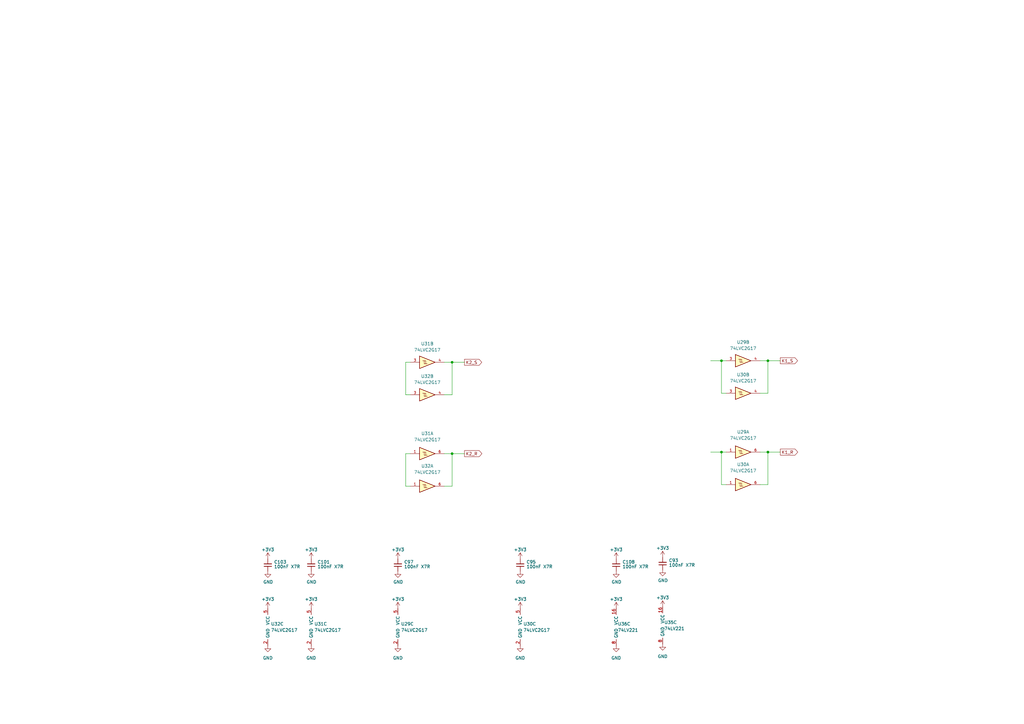
<source format=kicad_sch>
(kicad_sch (version 20230121) (generator eeschema)

  (uuid 8f0799b7-db11-45a8-a6b7-04207efa5336)

  (paper "A3")

  (lib_symbols
    (symbol "74xGxx:74LVC2G17" (in_bom yes) (on_board yes)
      (property "Reference" "U" (at 3.81 3.81 0)
        (effects (font (size 1.27 1.27)))
      )
      (property "Value" "74LVC2G17" (at 7.62 1.27 0)
        (effects (font (size 1.27 1.27)))
      )
      (property "Footprint" "" (at 0 0 0)
        (effects (font (size 1.27 1.27)) hide)
      )
      (property "Datasheet" "http://www.ti.com/lit/sg/scyt129e/scyt129e.pdf" (at 0 5.08 0)
        (effects (font (size 1.27 1.27)) hide)
      )
      (property "ki_locked" "" (at 0 0 0)
        (effects (font (size 1.27 1.27)))
      )
      (property "ki_keywords" "Dual Buffer Schmitt LVC CMOS" (at 0 0 0)
        (effects (font (size 1.27 1.27)) hide)
      )
      (property "ki_description" "Dual Buffer Schmitt Triggered, Low-Voltage CMOS" (at 0 0 0)
        (effects (font (size 1.27 1.27)) hide)
      )
      (property "ki_fp_filters" "SG-* SOT*" (at 0 0 0)
        (effects (font (size 1.27 1.27)) hide)
      )
      (symbol "74LVC2G17_1_1"
        (polyline
          (pts
            (xy -1.905 0.635)
            (xy -1.27 0.635)
            (xy -1.27 -0.635)
          )
          (stroke (width 0) (type default))
          (fill (type none))
        )
        (polyline
          (pts
            (xy -3.81 2.54)
            (xy -3.81 -2.54)
            (xy 2.54 0)
            (xy -3.81 2.54)
          )
          (stroke (width 0.254) (type default))
          (fill (type background))
        )
        (polyline
          (pts
            (xy -2.54 0.635)
            (xy -1.905 0.635)
            (xy -1.905 -0.635)
            (xy -0.635 -0.635)
          )
          (stroke (width 0) (type default))
          (fill (type none))
        )
        (pin input line (at -7.62 0 0) (length 3.81)
          (name "~" (effects (font (size 1.016 1.016))))
          (number "1" (effects (font (size 1.016 1.016))))
        )
        (pin output line (at 6.35 0 180) (length 3.81)
          (name "~" (effects (font (size 1.016 1.016))))
          (number "6" (effects (font (size 1.016 1.016))))
        )
      )
      (symbol "74LVC2G17_2_1"
        (polyline
          (pts
            (xy -1.905 0.635)
            (xy -1.27 0.635)
            (xy -1.27 -0.635)
          )
          (stroke (width 0) (type default))
          (fill (type none))
        )
        (polyline
          (pts
            (xy -3.81 2.54)
            (xy -3.81 -2.54)
            (xy 2.54 0)
            (xy -3.81 2.54)
          )
          (stroke (width 0.254) (type default))
          (fill (type background))
        )
        (polyline
          (pts
            (xy -2.54 0.635)
            (xy -1.905 0.635)
            (xy -1.905 -0.635)
            (xy -0.635 -0.635)
          )
          (stroke (width 0) (type default))
          (fill (type none))
        )
        (pin input line (at -7.62 0 0) (length 3.81)
          (name "~" (effects (font (size 1.016 1.016))))
          (number "3" (effects (font (size 1.016 1.016))))
        )
        (pin output line (at 6.35 0 180) (length 3.81)
          (name "~" (effects (font (size 1.016 1.016))))
          (number "4" (effects (font (size 1.016 1.016))))
        )
      )
      (symbol "74LVC2G17_3_0"
        (pin power_in line (at 0 -7.62 90) (length 2.54)
          (name "GND" (effects (font (size 1.27 1.27))))
          (number "2" (effects (font (size 1.27 1.27))))
        )
        (pin power_in line (at 0 7.62 270) (length 2.54)
          (name "VCC" (effects (font (size 1.27 1.27))))
          (number "5" (effects (font (size 1.27 1.27))))
        )
      )
    )
    (symbol "74xx:74LV221" (in_bom yes) (on_board yes)
      (property "Reference" "U" (at -7.62 8.89 0)
        (effects (font (size 1.27 1.27)))
      )
      (property "Value" "74LV221" (at -7.62 -8.89 0)
        (effects (font (size 1.27 1.27)))
      )
      (property "Footprint" "Package_SO:TSSOP-16_4.4x5mm_P0.65mm" (at 0 0 0)
        (effects (font (size 1.27 1.27)) hide)
      )
      (property "Datasheet" "https://www.ti.com/lit/ds/symlink/sn74lv221a.pdf" (at 0 0 0)
        (effects (font (size 1.27 1.27)) hide)
      )
      (property "ki_locked" "" (at 0 0 0)
        (effects (font (size 1.27 1.27)))
      )
      (property "ki_keywords" "CMOS monostable, multivibrator" (at 0 0 0)
        (effects (font (size 1.27 1.27)) hide)
      )
      (property "ki_description" "Dual monostable multivibrator with Scmitt Trigger inputs" (at 0 0 0)
        (effects (font (size 1.27 1.27)) hide)
      )
      (property "ki_fp_filters" "DIP?16*" (at 0 0 0)
        (effects (font (size 1.27 1.27)) hide)
      )
      (symbol "74LV221_1_0"
        (pin input inverted (at -11.43 2.54 0) (length 3.81)
          (name "~{A}" (effects (font (size 1.27 1.27))))
          (number "1" (effects (font (size 1.27 1.27))))
        )
        (pin output line (at 11.43 2.54 180) (length 3.81)
          (name "Q" (effects (font (size 1.27 1.27))))
          (number "13" (effects (font (size 1.27 1.27))))
        )
        (pin input line (at -2.54 11.43 270) (length 3.81)
          (name "C_{EEXT" (effects (font (size 1.27 1.27))))
          (number "14" (effects (font (size 1.27 1.27))))
        )
        (pin input line (at 2.54 11.43 270) (length 3.81)
          (name "R_{CEXT" (effects (font (size 1.27 1.27))))
          (number "15" (effects (font (size 1.27 1.27))))
        )
        (pin input line (at -11.43 -2.54 0) (length 3.81)
          (name "B" (effects (font (size 1.27 1.27))))
          (number "2" (effects (font (size 1.27 1.27))))
        )
        (pin input inverted (at 0 -12.7 90) (length 5.08)
          (name "~{RD" (effects (font (size 1.27 1.27))))
          (number "3" (effects (font (size 1.27 1.27))))
        )
        (pin output line (at 11.43 -2.54 180) (length 3.81)
          (name "~{Q}" (effects (font (size 1.27 1.27))))
          (number "4" (effects (font (size 1.27 1.27))))
        )
      )
      (symbol "74LV221_1_1"
        (rectangle (start -7.62 7.62) (end 7.62 -7.62)
          (stroke (width 0.254) (type default))
          (fill (type background))
        )
      )
      (symbol "74LV221_2_0"
        (pin input line (at -11.43 -2.54 0) (length 3.81)
          (name "B" (effects (font (size 1.27 1.27))))
          (number "10" (effects (font (size 1.27 1.27))))
        )
        (pin input inverted (at 0 -12.7 90) (length 5.08)
          (name "~{R}D" (effects (font (size 1.27 1.27))))
          (number "11" (effects (font (size 1.27 1.27))))
        )
        (pin output line (at 11.43 -2.54 180) (length 3.81)
          (name "~{Q}" (effects (font (size 1.27 1.27))))
          (number "12" (effects (font (size 1.27 1.27))))
        )
        (pin output line (at 11.43 2.54 180) (length 3.81)
          (name "Q" (effects (font (size 1.27 1.27))))
          (number "5" (effects (font (size 1.27 1.27))))
        )
        (pin input line (at -2.54 11.43 270) (length 3.81)
          (name "C_{EXT" (effects (font (size 1.27 1.27))))
          (number "6" (effects (font (size 1.27 1.27))))
        )
        (pin input line (at 2.54 11.43 270) (length 3.81)
          (name "R_{CEXT" (effects (font (size 1.27 1.27))))
          (number "7" (effects (font (size 1.27 1.27))))
        )
        (pin input inverted (at -11.43 2.54 0) (length 3.81)
          (name "~{A}" (effects (font (size 1.27 1.27))))
          (number "9" (effects (font (size 1.27 1.27))))
        )
      )
      (symbol "74LV221_2_1"
        (rectangle (start -7.62 7.62) (end 7.62 -7.62)
          (stroke (width 0.254) (type default))
          (fill (type background))
        )
      )
      (symbol "74LV221_3_0"
        (pin power_in line (at 0 7.62 270) (length 2.54)
          (name "VCC" (effects (font (size 1.27 1.27))))
          (number "16" (effects (font (size 1.27 1.27))))
        )
        (pin power_in line (at 0 -7.62 90) (length 2.54)
          (name "GND" (effects (font (size 1.27 1.27))))
          (number "8" (effects (font (size 1.27 1.27))))
        )
      )
    )
    (symbol "Device:C_Small" (pin_numbers hide) (pin_names (offset 0.254) hide) (in_bom yes) (on_board yes)
      (property "Reference" "C" (at 0.254 1.778 0)
        (effects (font (size 1.27 1.27)) (justify left))
      )
      (property "Value" "C_Small" (at 0.254 -2.032 0)
        (effects (font (size 1.27 1.27)) (justify left))
      )
      (property "Footprint" "" (at 0 0 0)
        (effects (font (size 1.27 1.27)) hide)
      )
      (property "Datasheet" "~" (at 0 0 0)
        (effects (font (size 1.27 1.27)) hide)
      )
      (property "ki_keywords" "capacitor cap" (at 0 0 0)
        (effects (font (size 1.27 1.27)) hide)
      )
      (property "ki_description" "Unpolarized capacitor, small symbol" (at 0 0 0)
        (effects (font (size 1.27 1.27)) hide)
      )
      (property "ki_fp_filters" "C_*" (at 0 0 0)
        (effects (font (size 1.27 1.27)) hide)
      )
      (symbol "C_Small_0_1"
        (polyline
          (pts
            (xy -1.524 -0.508)
            (xy 1.524 -0.508)
          )
          (stroke (width 0.3302) (type default))
          (fill (type none))
        )
        (polyline
          (pts
            (xy -1.524 0.508)
            (xy 1.524 0.508)
          )
          (stroke (width 0.3048) (type default))
          (fill (type none))
        )
      )
      (symbol "C_Small_1_1"
        (pin passive line (at 0 2.54 270) (length 2.032)
          (name "~" (effects (font (size 1.27 1.27))))
          (number "1" (effects (font (size 1.27 1.27))))
        )
        (pin passive line (at 0 -2.54 90) (length 2.032)
          (name "~" (effects (font (size 1.27 1.27))))
          (number "2" (effects (font (size 1.27 1.27))))
        )
      )
    )
    (symbol "power:+3V3" (power) (pin_names (offset 0)) (in_bom yes) (on_board yes)
      (property "Reference" "#PWR" (at 0 -3.81 0)
        (effects (font (size 1.27 1.27)) hide)
      )
      (property "Value" "+3V3" (at 0 3.556 0)
        (effects (font (size 1.27 1.27)))
      )
      (property "Footprint" "" (at 0 0 0)
        (effects (font (size 1.27 1.27)) hide)
      )
      (property "Datasheet" "" (at 0 0 0)
        (effects (font (size 1.27 1.27)) hide)
      )
      (property "ki_keywords" "power-flag" (at 0 0 0)
        (effects (font (size 1.27 1.27)) hide)
      )
      (property "ki_description" "Power symbol creates a global label with name \"+3V3\"" (at 0 0 0)
        (effects (font (size 1.27 1.27)) hide)
      )
      (symbol "+3V3_0_1"
        (polyline
          (pts
            (xy -0.762 1.27)
            (xy 0 2.54)
          )
          (stroke (width 0) (type default))
          (fill (type none))
        )
        (polyline
          (pts
            (xy 0 0)
            (xy 0 2.54)
          )
          (stroke (width 0) (type default))
          (fill (type none))
        )
        (polyline
          (pts
            (xy 0 2.54)
            (xy 0.762 1.27)
          )
          (stroke (width 0) (type default))
          (fill (type none))
        )
      )
      (symbol "+3V3_1_1"
        (pin power_in line (at 0 0 90) (length 0) hide
          (name "+3V3" (effects (font (size 1.27 1.27))))
          (number "1" (effects (font (size 1.27 1.27))))
        )
      )
    )
    (symbol "power:GND" (power) (pin_names (offset 0)) (in_bom yes) (on_board yes)
      (property "Reference" "#PWR" (at 0 -6.35 0)
        (effects (font (size 1.27 1.27)) hide)
      )
      (property "Value" "GND" (at 0 -3.81 0)
        (effects (font (size 1.27 1.27)))
      )
      (property "Footprint" "" (at 0 0 0)
        (effects (font (size 1.27 1.27)) hide)
      )
      (property "Datasheet" "" (at 0 0 0)
        (effects (font (size 1.27 1.27)) hide)
      )
      (property "ki_keywords" "power-flag" (at 0 0 0)
        (effects (font (size 1.27 1.27)) hide)
      )
      (property "ki_description" "Power symbol creates a global label with name \"GND\" , ground" (at 0 0 0)
        (effects (font (size 1.27 1.27)) hide)
      )
      (symbol "GND_0_1"
        (polyline
          (pts
            (xy 0 0)
            (xy 0 -1.27)
            (xy 1.27 -1.27)
            (xy 0 -2.54)
            (xy -1.27 -1.27)
            (xy 0 -1.27)
          )
          (stroke (width 0) (type default))
          (fill (type none))
        )
      )
      (symbol "GND_1_1"
        (pin power_in line (at 0 0 270) (length 0) hide
          (name "GND" (effects (font (size 1.27 1.27))))
          (number "1" (effects (font (size 1.27 1.27))))
        )
      )
    )
  )

  (junction (at 314.96 147.955) (diameter 0) (color 0 0 0 0)
    (uuid 26b8c9c6-fbe0-45e2-82e1-7a0b98abe542)
  )
  (junction (at 185.42 148.59) (diameter 0) (color 0 0 0 0)
    (uuid 47651576-0413-42c3-ab46-2851fecbc4d8)
  )
  (junction (at 185.42 186.055) (diameter 0) (color 0 0 0 0)
    (uuid 5824a6cf-1de2-4ecc-964a-4011502e17f0)
  )
  (junction (at 314.96 185.42) (diameter 0) (color 0 0 0 0)
    (uuid 8dbf1827-106d-4d57-9980-791beeae8b0d)
  )
  (junction (at 295.91 185.42) (diameter 0) (color 0 0 0 0)
    (uuid aa1154f4-b693-4abf-8e1a-51fd539cfbc6)
  )
  (junction (at 295.91 147.955) (diameter 0) (color 0 0 0 0)
    (uuid e226f018-9eab-4f99-be8f-389d08ddd53e)
  )

  (wire (pts (xy 295.91 147.955) (xy 295.91 161.29))
    (stroke (width 0) (type default))
    (uuid 01f7a163-e88b-4bb2-8ef0-83aef8829943)
  )
  (wire (pts (xy 314.96 161.29) (xy 314.96 147.955))
    (stroke (width 0) (type default))
    (uuid 07e868ec-0ca0-41f7-8508-ff708edcec32)
  )
  (wire (pts (xy 314.96 147.955) (xy 320.04 147.955))
    (stroke (width 0) (type default))
    (uuid 0d2bb17d-f3c9-4065-a3fa-5f757970c148)
  )
  (wire (pts (xy 166.37 148.59) (xy 168.275 148.59))
    (stroke (width 0) (type default))
    (uuid 1315b075-5f2c-423b-85c4-165ffb0a550d)
  )
  (wire (pts (xy 295.91 161.29) (xy 297.815 161.29))
    (stroke (width 0) (type default))
    (uuid 29573482-289c-40e6-9005-a488d82445cd)
  )
  (wire (pts (xy 182.245 161.925) (xy 185.42 161.925))
    (stroke (width 0) (type default))
    (uuid 2ba0a93f-8231-4ee1-8ce9-1a8a4395d2a3)
  )
  (wire (pts (xy 185.42 161.925) (xy 185.42 148.59))
    (stroke (width 0) (type default))
    (uuid 2e4b39cc-e571-4ad3-a2d5-5895b5fd75df)
  )
  (wire (pts (xy 311.785 198.755) (xy 314.96 198.755))
    (stroke (width 0) (type default))
    (uuid 301e422a-720f-40e4-a933-ebb398fd9f4d)
  )
  (wire (pts (xy 291.465 147.955) (xy 295.91 147.955))
    (stroke (width 0) (type default))
    (uuid 33a11e31-4601-45c3-bf00-c41befaac316)
  )
  (wire (pts (xy 314.96 198.755) (xy 314.96 185.42))
    (stroke (width 0) (type default))
    (uuid 3f7a8273-c083-4898-ae7f-c531789c7565)
  )
  (wire (pts (xy 185.42 186.055) (xy 190.5 186.055))
    (stroke (width 0) (type default))
    (uuid 487f1cd0-f245-4257-b63a-079b13195dbf)
  )
  (wire (pts (xy 182.245 148.59) (xy 185.42 148.59))
    (stroke (width 0) (type default))
    (uuid 4b5b6972-1e1d-4c5e-a3e4-9dfdbd3ae602)
  )
  (wire (pts (xy 166.37 186.055) (xy 166.37 199.39))
    (stroke (width 0) (type default))
    (uuid 52ad7a4b-aa0d-41c7-9897-632fe3b54c2e)
  )
  (wire (pts (xy 182.245 199.39) (xy 185.42 199.39))
    (stroke (width 0) (type default))
    (uuid 52f4d1fe-a5b9-432f-b32f-a51115eea86a)
  )
  (wire (pts (xy 311.785 161.29) (xy 314.96 161.29))
    (stroke (width 0) (type default))
    (uuid 58f81853-09f0-4aa9-af74-d78a253f71ff)
  )
  (wire (pts (xy 295.91 185.42) (xy 297.815 185.42))
    (stroke (width 0) (type default))
    (uuid 5ba04cf7-ca38-4976-81b6-b738d1b4935b)
  )
  (wire (pts (xy 166.37 148.59) (xy 166.37 161.925))
    (stroke (width 0) (type default))
    (uuid 709171a0-ca38-410a-b7e8-66236c448f56)
  )
  (wire (pts (xy 291.465 185.42) (xy 295.91 185.42))
    (stroke (width 0) (type default))
    (uuid 720cd4ac-22cb-4c76-a50f-432c03a064eb)
  )
  (wire (pts (xy 185.42 199.39) (xy 185.42 186.055))
    (stroke (width 0) (type default))
    (uuid 8263b7c1-d36c-43fe-9be3-006c19000743)
  )
  (wire (pts (xy 166.37 186.055) (xy 168.275 186.055))
    (stroke (width 0) (type default))
    (uuid 94223bc2-2210-48fc-bbe4-64fbbdadcc8b)
  )
  (wire (pts (xy 295.91 198.755) (xy 297.815 198.755))
    (stroke (width 0) (type default))
    (uuid 9c109fde-d127-4244-b3e0-9d4a70348669)
  )
  (wire (pts (xy 182.245 186.055) (xy 185.42 186.055))
    (stroke (width 0) (type default))
    (uuid b8d28eac-b74e-4908-9466-60d9e2d21326)
  )
  (wire (pts (xy 295.91 185.42) (xy 295.91 198.755))
    (stroke (width 0) (type default))
    (uuid bd1444e6-c262-4fa5-b9b4-9123964d8162)
  )
  (wire (pts (xy 314.96 185.42) (xy 320.04 185.42))
    (stroke (width 0) (type default))
    (uuid c5cb7fc8-2c67-4be2-bc05-5390cabbbab7)
  )
  (wire (pts (xy 166.37 161.925) (xy 168.275 161.925))
    (stroke (width 0) (type default))
    (uuid c6501d99-3358-40df-a087-2233841e2cc4)
  )
  (wire (pts (xy 185.42 148.59) (xy 190.5 148.59))
    (stroke (width 0) (type default))
    (uuid db2eccd4-c94f-4f95-b8df-e08ecacd0b94)
  )
  (wire (pts (xy 295.91 147.955) (xy 297.815 147.955))
    (stroke (width 0) (type default))
    (uuid dc6128c9-0215-480f-bf4f-f0f152e6dcd8)
  )
  (wire (pts (xy 166.37 199.39) (xy 168.275 199.39))
    (stroke (width 0) (type default))
    (uuid e01ca3fc-bde0-440f-8eba-4b848e6ca383)
  )
  (wire (pts (xy 311.785 185.42) (xy 314.96 185.42))
    (stroke (width 0) (type default))
    (uuid e0e9c9c2-f017-49b5-90b0-3ea14305ad57)
  )
  (wire (pts (xy 311.785 147.955) (xy 314.96 147.955))
    (stroke (width 0) (type default))
    (uuid e4d2ec35-50c1-45eb-af09-18d0721fab88)
  )

  (global_label "K2_R" (shape output) (at 190.5 186.055 0) (fields_autoplaced)
    (effects (font (size 1.27 1.27)) (justify left))
    (uuid 009d8eea-056d-4430-b0ba-6df2caec217a)
    (property "Intersheetrefs" "${INTERSHEET_REFS}" (at 197.5413 185.9756 0)
      (effects (font (size 1.27 1.27)) (justify left) hide)
    )
  )
  (global_label "K2_S" (shape output) (at 190.5 148.59 0) (fields_autoplaced)
    (effects (font (size 1.27 1.27)) (justify left))
    (uuid 227668f4-062f-4773-b387-e6c375bfeb2d)
    (property "Intersheetrefs" "${INTERSHEET_REFS}" (at 197.4809 148.5106 0)
      (effects (font (size 1.27 1.27)) (justify left) hide)
    )
  )
  (global_label "K1_S" (shape output) (at 320.04 147.955 0) (fields_autoplaced)
    (effects (font (size 1.27 1.27)) (justify left))
    (uuid 4f41e6c4-d7bb-4d79-a7fb-80feb138c0f2)
    (property "Intersheetrefs" "${INTERSHEET_REFS}" (at 327.0209 147.8756 0)
      (effects (font (size 1.27 1.27)) (justify left) hide)
    )
  )
  (global_label "K1_R" (shape output) (at 320.04 185.42 0) (fields_autoplaced)
    (effects (font (size 1.27 1.27)) (justify left))
    (uuid b7a7ac4b-d581-469a-acf0-4c5781e4faec)
    (property "Intersheetrefs" "${INTERSHEET_REFS}" (at 327.0813 185.3406 0)
      (effects (font (size 1.27 1.27)) (justify left) hide)
    )
  )

  (symbol (lib_id "74xGxx:74LVC2G17") (at 109.855 257.175 0) (unit 3)
    (in_bom yes) (on_board yes) (dnp no) (fields_autoplaced)
    (uuid 0115b608-4602-4e02-913d-72f57b399930)
    (property "Reference" "U32" (at 111.125 255.9049 0)
      (effects (font (size 1.27 1.27)) (justify left))
    )
    (property "Value" "74LVC2G17" (at 111.125 258.4449 0)
      (effects (font (size 1.27 1.27)) (justify left))
    )
    (property "Footprint" "Package_TO_SOT_SMD:SOT-363_SC-70-6" (at 109.855 257.175 0)
      (effects (font (size 1.27 1.27)) hide)
    )
    (property "Datasheet" "http://www.ti.com/lit/sg/scyt129e/scyt129e.pdf" (at 109.855 252.095 0)
      (effects (font (size 1.27 1.27)) hide)
    )
    (pin "1" (uuid 4048d8c6-031e-4626-9377-567b17939e69))
    (pin "6" (uuid fc60f5fc-55f4-4853-87d4-b9dc91476c61))
    (pin "3" (uuid ce044b80-c845-40fa-8674-acf828a1ea10))
    (pin "4" (uuid ba06af9e-9e29-4728-9ee8-4a61fb6f4efa))
    (pin "2" (uuid b64bd437-cb1b-4c98-bfe9-091d8113ed42))
    (pin "5" (uuid 732b0880-541f-4fe3-bd6e-cadb49283559))
    (instances
      (project "nV-Preamp_rev_a"
        (path "/9c0314b1-f82f-432d-95a0-65e191202552/f273c775-7685-4039-9b00-20f868ded89e"
          (reference "U32") (unit 3)
        )
      )
    )
  )

  (symbol (lib_id "power:GND") (at 213.36 234.315 0) (unit 1)
    (in_bom yes) (on_board yes) (dnp no)
    (uuid 03697ac0-54e4-41d7-aca2-9b7c6134d24e)
    (property "Reference" "#PWR0297" (at 213.36 240.665 0)
      (effects (font (size 1.27 1.27)) hide)
    )
    (property "Value" "GND" (at 213.487 238.7092 0)
      (effects (font (size 1.27 1.27)))
    )
    (property "Footprint" "" (at 213.36 234.315 0)
      (effects (font (size 1.27 1.27)) hide)
    )
    (property "Datasheet" "" (at 213.36 234.315 0)
      (effects (font (size 1.27 1.27)) hide)
    )
    (pin "1" (uuid 504bdd54-9f14-414d-a8b8-02105d3942ae))
    (instances
      (project "nV-Preamp_rev_a"
        (path "/9c0314b1-f82f-432d-95a0-65e191202552/f273c775-7685-4039-9b00-20f868ded89e"
          (reference "#PWR0297") (unit 1)
        )
      )
    )
  )

  (symbol (lib_id "Device:C_Small") (at 252.73 231.775 180) (unit 1)
    (in_bom yes) (on_board yes) (dnp no)
    (uuid 037e4e5e-a49b-450a-99b0-c5c3c0b52c44)
    (property "Reference" "C108" (at 255.27 230.505 0)
      (effects (font (size 1.27 1.27)) (justify right))
    )
    (property "Value" "100nF X7R" (at 255.27 232.41 0)
      (effects (font (size 1.27 1.27)) (justify right))
    )
    (property "Footprint" "Capacitor_SMD:C_0603_1608Metric_red_outline" (at 252.73 231.775 0)
      (effects (font (size 1.27 1.27)) hide)
    )
    (property "Datasheet" "~" (at 252.73 231.775 0)
      (effects (font (size 1.27 1.27)) hide)
    )
    (property "Field4" "C0G" (at 252.73 231.775 0)
      (effects (font (size 1.27 1.27)) hide)
    )
    (property "In stock" "X" (at 252.73 231.775 0)
      (effects (font (size 1.27 1.27)) hide)
    )
    (pin "1" (uuid 099892ee-8d8a-4e2f-ba2c-275511ded9ac))
    (pin "2" (uuid 421a1844-a22f-4ccc-88e6-bf365c2ab686))
    (instances
      (project "nV-Preamp_rev_a"
        (path "/9c0314b1-f82f-432d-95a0-65e191202552/f273c775-7685-4039-9b00-20f868ded89e"
          (reference "C108") (unit 1)
        )
      )
    )
  )

  (symbol (lib_id "74xGxx:74LVC2G17") (at 163.195 257.175 0) (unit 3)
    (in_bom yes) (on_board yes) (dnp no) (fields_autoplaced)
    (uuid 10d780f6-7dd6-4751-8266-c89444dc3f07)
    (property "Reference" "U29" (at 164.465 255.9049 0)
      (effects (font (size 1.27 1.27)) (justify left))
    )
    (property "Value" "74LVC2G17" (at 164.465 258.4449 0)
      (effects (font (size 1.27 1.27)) (justify left))
    )
    (property "Footprint" "Package_TO_SOT_SMD:SOT-363_SC-70-6" (at 163.195 257.175 0)
      (effects (font (size 1.27 1.27)) hide)
    )
    (property "Datasheet" "http://www.ti.com/lit/sg/scyt129e/scyt129e.pdf" (at 163.195 252.095 0)
      (effects (font (size 1.27 1.27)) hide)
    )
    (pin "1" (uuid 4048d8c6-031e-4626-9377-567b17939e6a))
    (pin "6" (uuid fc60f5fc-55f4-4853-87d4-b9dc91476c62))
    (pin "3" (uuid ce044b80-c845-40fa-8674-acf828a1ea11))
    (pin "4" (uuid ba06af9e-9e29-4728-9ee8-4a61fb6f4efb))
    (pin "2" (uuid 67a42bc1-a9c7-4465-9ab1-0b8d8d68b13b))
    (pin "5" (uuid 0382df45-d2fd-487f-8f3d-4b91ba9e4f65))
    (instances
      (project "nV-Preamp_rev_a"
        (path "/9c0314b1-f82f-432d-95a0-65e191202552/f273c775-7685-4039-9b00-20f868ded89e"
          (reference "U29") (unit 3)
        )
      )
    )
  )

  (symbol (lib_id "Device:C_Small") (at 163.195 231.775 180) (unit 1)
    (in_bom yes) (on_board yes) (dnp no)
    (uuid 1173eb7e-653b-468d-a4b8-f06b47372e3a)
    (property "Reference" "C97" (at 165.735 230.505 0)
      (effects (font (size 1.27 1.27)) (justify right))
    )
    (property "Value" "100nF X7R" (at 165.735 232.41 0)
      (effects (font (size 1.27 1.27)) (justify right))
    )
    (property "Footprint" "Capacitor_SMD:C_0603_1608Metric_red_outline" (at 163.195 231.775 0)
      (effects (font (size 1.27 1.27)) hide)
    )
    (property "Datasheet" "~" (at 163.195 231.775 0)
      (effects (font (size 1.27 1.27)) hide)
    )
    (property "Field4" "C0G" (at 163.195 231.775 0)
      (effects (font (size 1.27 1.27)) hide)
    )
    (property "In stock" "X" (at 163.195 231.775 0)
      (effects (font (size 1.27 1.27)) hide)
    )
    (pin "1" (uuid 862d34aa-6c31-427b-af29-02132d19679e))
    (pin "2" (uuid 652035bb-d624-4cb6-9797-c7ce1e640c29))
    (instances
      (project "nV-Preamp_rev_a"
        (path "/9c0314b1-f82f-432d-95a0-65e191202552/f273c775-7685-4039-9b00-20f868ded89e"
          (reference "C97") (unit 1)
        )
      )
    )
  )

  (symbol (lib_id "power:GND") (at 252.73 264.795 0) (unit 1)
    (in_bom yes) (on_board yes) (dnp no) (fields_autoplaced)
    (uuid 13d5a986-2c52-4305-a949-b79a3d88e5af)
    (property "Reference" "#PWR0261" (at 252.73 271.145 0)
      (effects (font (size 1.27 1.27)) hide)
    )
    (property "Value" "GND" (at 252.73 269.875 0)
      (effects (font (size 1.27 1.27)))
    )
    (property "Footprint" "" (at 252.73 264.795 0)
      (effects (font (size 1.27 1.27)) hide)
    )
    (property "Datasheet" "" (at 252.73 264.795 0)
      (effects (font (size 1.27 1.27)) hide)
    )
    (pin "1" (uuid 1759c6a7-7feb-4d11-babb-c22f1dd76f7d))
    (instances
      (project "nV-Preamp_rev_a"
        (path "/9c0314b1-f82f-432d-95a0-65e191202552/f273c775-7685-4039-9b00-20f868ded89e"
          (reference "#PWR0261") (unit 1)
        )
      )
    )
  )

  (symbol (lib_id "Device:C_Small") (at 109.855 231.775 180) (unit 1)
    (in_bom yes) (on_board yes) (dnp no)
    (uuid 1cc71ecf-b435-4349-9ede-7d446fabd5b9)
    (property "Reference" "C103" (at 112.395 230.505 0)
      (effects (font (size 1.27 1.27)) (justify right))
    )
    (property "Value" "100nF X7R" (at 112.395 232.41 0)
      (effects (font (size 1.27 1.27)) (justify right))
    )
    (property "Footprint" "Capacitor_SMD:C_0603_1608Metric_red_outline" (at 109.855 231.775 0)
      (effects (font (size 1.27 1.27)) hide)
    )
    (property "Datasheet" "~" (at 109.855 231.775 0)
      (effects (font (size 1.27 1.27)) hide)
    )
    (property "Field4" "C0G" (at 109.855 231.775 0)
      (effects (font (size 1.27 1.27)) hide)
    )
    (property "In stock" "X" (at 109.855 231.775 0)
      (effects (font (size 1.27 1.27)) hide)
    )
    (pin "1" (uuid ba8d6537-1a87-4434-af7c-b30884530405))
    (pin "2" (uuid 6ad9168e-1e91-4d86-beff-317b728ad834))
    (instances
      (project "nV-Preamp_rev_a"
        (path "/9c0314b1-f82f-432d-95a0-65e191202552/f273c775-7685-4039-9b00-20f868ded89e"
          (reference "C103") (unit 1)
        )
      )
    )
  )

  (symbol (lib_id "power:+3V3") (at 109.855 249.555 0) (unit 1)
    (in_bom yes) (on_board yes) (dnp no)
    (uuid 224c9fd7-ce0f-46af-9fe7-5b6771a71d41)
    (property "Reference" "#PWR0264" (at 109.855 253.365 0)
      (effects (font (size 1.27 1.27)) hide)
    )
    (property "Value" "+3V3" (at 109.855 245.745 0)
      (effects (font (size 1.27 1.27)))
    )
    (property "Footprint" "" (at 109.855 249.555 0)
      (effects (font (size 1.27 1.27)) hide)
    )
    (property "Datasheet" "" (at 109.855 249.555 0)
      (effects (font (size 1.27 1.27)) hide)
    )
    (pin "1" (uuid cbdd9775-1f1b-465a-b897-7df665cf6131))
    (instances
      (project "nV-Preamp_rev_a"
        (path "/9c0314b1-f82f-432d-95a0-65e191202552/f273c775-7685-4039-9b00-20f868ded89e"
          (reference "#PWR0264") (unit 1)
        )
      )
    )
  )

  (symbol (lib_id "74xGxx:74LVC2G17") (at 175.895 148.59 0) (unit 2)
    (in_bom yes) (on_board yes) (dnp no) (fields_autoplaced)
    (uuid 299b7ec6-9fdd-4347-8471-02f084f858b5)
    (property "Reference" "U31" (at 175.26 140.97 0)
      (effects (font (size 1.27 1.27)))
    )
    (property "Value" "74LVC2G17" (at 175.26 143.51 0)
      (effects (font (size 1.27 1.27)))
    )
    (property "Footprint" "Package_TO_SOT_SMD:SOT-363_SC-70-6" (at 175.895 148.59 0)
      (effects (font (size 1.27 1.27)) hide)
    )
    (property "Datasheet" "http://www.ti.com/lit/sg/scyt129e/scyt129e.pdf" (at 175.895 143.51 0)
      (effects (font (size 1.27 1.27)) hide)
    )
    (pin "1" (uuid 40289a51-b4d4-4b6a-8695-4ca3e5c1d58b))
    (pin "6" (uuid c249105a-4b10-4185-90c2-dacb7bd017a9))
    (pin "3" (uuid 8a83c76f-8429-47d7-9479-4e5430887fb8))
    (pin "4" (uuid 8996dbcc-f3c2-4902-9a48-409ce6486e6f))
    (pin "2" (uuid e8ba49da-da89-40e4-a07c-c48315f9dfb2))
    (pin "5" (uuid 51c3a2bc-aaf6-4a61-902c-c309639fba82))
    (instances
      (project "nV-Preamp_rev_a"
        (path "/9c0314b1-f82f-432d-95a0-65e191202552/f273c775-7685-4039-9b00-20f868ded89e"
          (reference "U31") (unit 2)
        )
      )
    )
  )

  (symbol (lib_id "power:GND") (at 213.36 264.795 0) (unit 1)
    (in_bom yes) (on_board yes) (dnp no) (fields_autoplaced)
    (uuid 316cc6e2-dfff-4a63-99c7-329bdcf376f1)
    (property "Reference" "#PWR0299" (at 213.36 271.145 0)
      (effects (font (size 1.27 1.27)) hide)
    )
    (property "Value" "GND" (at 213.36 269.875 0)
      (effects (font (size 1.27 1.27)))
    )
    (property "Footprint" "" (at 213.36 264.795 0)
      (effects (font (size 1.27 1.27)) hide)
    )
    (property "Datasheet" "" (at 213.36 264.795 0)
      (effects (font (size 1.27 1.27)) hide)
    )
    (pin "1" (uuid 81844c61-7068-4256-8c06-c54e8d18adfa))
    (instances
      (project "nV-Preamp_rev_a"
        (path "/9c0314b1-f82f-432d-95a0-65e191202552/f273c775-7685-4039-9b00-20f868ded89e"
          (reference "#PWR0299") (unit 1)
        )
      )
    )
  )

  (symbol (lib_id "power:GND") (at 271.78 264.16 0) (unit 1)
    (in_bom yes) (on_board yes) (dnp no) (fields_autoplaced)
    (uuid 34a32ab9-d683-4d44-adb7-53437f1e002e)
    (property "Reference" "#PWR0279" (at 271.78 270.51 0)
      (effects (font (size 1.27 1.27)) hide)
    )
    (property "Value" "GND" (at 271.78 269.24 0)
      (effects (font (size 1.27 1.27)))
    )
    (property "Footprint" "" (at 271.78 264.16 0)
      (effects (font (size 1.27 1.27)) hide)
    )
    (property "Datasheet" "" (at 271.78 264.16 0)
      (effects (font (size 1.27 1.27)) hide)
    )
    (pin "1" (uuid 19d53c24-78ba-4a60-9897-7e2a8380a366))
    (instances
      (project "nV-Preamp_rev_a"
        (path "/9c0314b1-f82f-432d-95a0-65e191202552/f273c775-7685-4039-9b00-20f868ded89e"
          (reference "#PWR0279") (unit 1)
        )
      )
    )
  )

  (symbol (lib_id "power:GND") (at 109.855 264.795 0) (unit 1)
    (in_bom yes) (on_board yes) (dnp no) (fields_autoplaced)
    (uuid 38b62c9e-90e6-4b1a-aada-0b41ae416556)
    (property "Reference" "#PWR0265" (at 109.855 271.145 0)
      (effects (font (size 1.27 1.27)) hide)
    )
    (property "Value" "GND" (at 109.855 269.875 0)
      (effects (font (size 1.27 1.27)))
    )
    (property "Footprint" "" (at 109.855 264.795 0)
      (effects (font (size 1.27 1.27)) hide)
    )
    (property "Datasheet" "" (at 109.855 264.795 0)
      (effects (font (size 1.27 1.27)) hide)
    )
    (pin "1" (uuid ac310bd0-d5b5-418d-860c-d75ce0239d62))
    (instances
      (project "nV-Preamp_rev_a"
        (path "/9c0314b1-f82f-432d-95a0-65e191202552/f273c775-7685-4039-9b00-20f868ded89e"
          (reference "#PWR0265") (unit 1)
        )
      )
    )
  )

  (symbol (lib_id "power:+3V3") (at 127.635 249.555 0) (unit 1)
    (in_bom yes) (on_board yes) (dnp no)
    (uuid 3cd70209-dc53-402d-82ba-82401bd0ec1c)
    (property "Reference" "#PWR0268" (at 127.635 253.365 0)
      (effects (font (size 1.27 1.27)) hide)
    )
    (property "Value" "+3V3" (at 127.635 245.745 0)
      (effects (font (size 1.27 1.27)))
    )
    (property "Footprint" "" (at 127.635 249.555 0)
      (effects (font (size 1.27 1.27)) hide)
    )
    (property "Datasheet" "" (at 127.635 249.555 0)
      (effects (font (size 1.27 1.27)) hide)
    )
    (pin "1" (uuid abf262c0-bbe5-4f2f-a551-9016f4ed2867))
    (instances
      (project "nV-Preamp_rev_a"
        (path "/9c0314b1-f82f-432d-95a0-65e191202552/f273c775-7685-4039-9b00-20f868ded89e"
          (reference "#PWR0268") (unit 1)
        )
      )
    )
  )

  (symbol (lib_id "power:+3V3") (at 163.195 249.555 0) (unit 1)
    (in_bom yes) (on_board yes) (dnp no)
    (uuid 4ad78d88-693c-4a14-a17a-f66b72a6b0b8)
    (property "Reference" "#PWR0282" (at 163.195 253.365 0)
      (effects (font (size 1.27 1.27)) hide)
    )
    (property "Value" "+3V3" (at 163.195 245.745 0)
      (effects (font (size 1.27 1.27)))
    )
    (property "Footprint" "" (at 163.195 249.555 0)
      (effects (font (size 1.27 1.27)) hide)
    )
    (property "Datasheet" "" (at 163.195 249.555 0)
      (effects (font (size 1.27 1.27)) hide)
    )
    (pin "1" (uuid 1eb8a529-5f14-49b9-ae22-ee2a7a55ddf3))
    (instances
      (project "nV-Preamp_rev_a"
        (path "/9c0314b1-f82f-432d-95a0-65e191202552/f273c775-7685-4039-9b00-20f868ded89e"
          (reference "#PWR0282") (unit 1)
        )
      )
    )
  )

  (symbol (lib_id "power:+3V3") (at 252.73 229.235 0) (unit 1)
    (in_bom yes) (on_board yes) (dnp no)
    (uuid 4ba0862b-c77d-4d68-86d4-b89645b2408e)
    (property "Reference" "#PWR0258" (at 252.73 233.045 0)
      (effects (font (size 1.27 1.27)) hide)
    )
    (property "Value" "+3V3" (at 252.73 225.425 0)
      (effects (font (size 1.27 1.27)))
    )
    (property "Footprint" "" (at 252.73 229.235 0)
      (effects (font (size 1.27 1.27)) hide)
    )
    (property "Datasheet" "" (at 252.73 229.235 0)
      (effects (font (size 1.27 1.27)) hide)
    )
    (pin "1" (uuid 4496907e-de7c-42ba-b702-53adf4be08b8))
    (instances
      (project "nV-Preamp_rev_a"
        (path "/9c0314b1-f82f-432d-95a0-65e191202552/f273c775-7685-4039-9b00-20f868ded89e"
          (reference "#PWR0258") (unit 1)
        )
      )
    )
  )

  (symbol (lib_id "74xGxx:74LVC2G17") (at 305.435 198.755 0) (unit 1)
    (in_bom yes) (on_board yes) (dnp no) (fields_autoplaced)
    (uuid 4e6ce5a1-9b15-45b5-8bf2-f550e9be7605)
    (property "Reference" "U30" (at 304.8 190.5 0)
      (effects (font (size 1.27 1.27)))
    )
    (property "Value" "74LVC2G17" (at 304.8 193.04 0)
      (effects (font (size 1.27 1.27)))
    )
    (property "Footprint" "Package_TO_SOT_SMD:SOT-363_SC-70-6" (at 305.435 198.755 0)
      (effects (font (size 1.27 1.27)) hide)
    )
    (property "Datasheet" "http://www.ti.com/lit/sg/scyt129e/scyt129e.pdf" (at 305.435 193.675 0)
      (effects (font (size 1.27 1.27)) hide)
    )
    (pin "1" (uuid 69a23686-6d0c-48a1-b45a-cc69acd173a9))
    (pin "6" (uuid 1b646eac-9f0f-47a9-ac13-14cc468a13fb))
    (pin "3" (uuid 04a162b2-2446-4343-8118-f373094caa01))
    (pin "4" (uuid d9c65dd9-915f-404f-af5f-d53d40a98f94))
    (pin "2" (uuid f551d809-0d42-454c-bc5a-d9f05732d590))
    (pin "5" (uuid cc6c98d7-98e4-46a7-9b01-e61978ea721b))
    (instances
      (project "nV-Preamp_rev_a"
        (path "/9c0314b1-f82f-432d-95a0-65e191202552/f273c775-7685-4039-9b00-20f868ded89e"
          (reference "U30") (unit 1)
        )
      )
    )
  )

  (symbol (lib_id "74xGxx:74LVC2G17") (at 305.435 147.955 0) (unit 2)
    (in_bom yes) (on_board yes) (dnp no) (fields_autoplaced)
    (uuid 565b38d5-28b6-4260-9d24-b393b6e98729)
    (property "Reference" "U29" (at 304.8 140.335 0)
      (effects (font (size 1.27 1.27)))
    )
    (property "Value" "74LVC2G17" (at 304.8 142.875 0)
      (effects (font (size 1.27 1.27)))
    )
    (property "Footprint" "Package_TO_SOT_SMD:SOT-363_SC-70-6" (at 305.435 147.955 0)
      (effects (font (size 1.27 1.27)) hide)
    )
    (property "Datasheet" "http://www.ti.com/lit/sg/scyt129e/scyt129e.pdf" (at 305.435 142.875 0)
      (effects (font (size 1.27 1.27)) hide)
    )
    (pin "1" (uuid 40289a51-b4d4-4b6a-8695-4ca3e5c1d58d))
    (pin "6" (uuid c249105a-4b10-4185-90c2-dacb7bd017ab))
    (pin "3" (uuid 288e16fc-ca20-4fb5-ad4d-8e56daf77dfa))
    (pin "4" (uuid d411e050-2ff2-45d2-85e2-2482b5c950a6))
    (pin "2" (uuid e8ba49da-da89-40e4-a07c-c48315f9dfb4))
    (pin "5" (uuid 51c3a2bc-aaf6-4a61-902c-c309639fba84))
    (instances
      (project "nV-Preamp_rev_a"
        (path "/9c0314b1-f82f-432d-95a0-65e191202552/f273c775-7685-4039-9b00-20f868ded89e"
          (reference "U29") (unit 2)
        )
      )
    )
  )

  (symbol (lib_id "power:GND") (at 163.195 264.795 0) (unit 1)
    (in_bom yes) (on_board yes) (dnp no) (fields_autoplaced)
    (uuid 58a36e7b-2b25-4b5c-b1c2-c148d9028834)
    (property "Reference" "#PWR0283" (at 163.195 271.145 0)
      (effects (font (size 1.27 1.27)) hide)
    )
    (property "Value" "GND" (at 163.195 269.875 0)
      (effects (font (size 1.27 1.27)))
    )
    (property "Footprint" "" (at 163.195 264.795 0)
      (effects (font (size 1.27 1.27)) hide)
    )
    (property "Datasheet" "" (at 163.195 264.795 0)
      (effects (font (size 1.27 1.27)) hide)
    )
    (pin "1" (uuid 981dc06c-5b09-4fc5-a38b-74c85bee2f29))
    (instances
      (project "nV-Preamp_rev_a"
        (path "/9c0314b1-f82f-432d-95a0-65e191202552/f273c775-7685-4039-9b00-20f868ded89e"
          (reference "#PWR0283") (unit 1)
        )
      )
    )
  )

  (symbol (lib_id "74xGxx:74LVC2G17") (at 175.895 161.925 0) (unit 2)
    (in_bom yes) (on_board yes) (dnp no) (fields_autoplaced)
    (uuid 639cc234-1ad4-46e9-ad8a-c4b3dea47a35)
    (property "Reference" "U32" (at 175.26 154.305 0)
      (effects (font (size 1.27 1.27)))
    )
    (property "Value" "74LVC2G17" (at 175.26 156.845 0)
      (effects (font (size 1.27 1.27)))
    )
    (property "Footprint" "Package_TO_SOT_SMD:SOT-363_SC-70-6" (at 175.895 161.925 0)
      (effects (font (size 1.27 1.27)) hide)
    )
    (property "Datasheet" "http://www.ti.com/lit/sg/scyt129e/scyt129e.pdf" (at 175.895 156.845 0)
      (effects (font (size 1.27 1.27)) hide)
    )
    (pin "1" (uuid 40289a51-b4d4-4b6a-8695-4ca3e5c1d58e))
    (pin "6" (uuid c249105a-4b10-4185-90c2-dacb7bd017ac))
    (pin "3" (uuid ecb01926-de81-45c9-bb09-3999e3e7a9d0))
    (pin "4" (uuid 1ed30395-67f6-47d4-8a0d-2a4bd83bd84e))
    (pin "2" (uuid e8ba49da-da89-40e4-a07c-c48315f9dfb5))
    (pin "5" (uuid 51c3a2bc-aaf6-4a61-902c-c309639fba85))
    (instances
      (project "nV-Preamp_rev_a"
        (path "/9c0314b1-f82f-432d-95a0-65e191202552/f273c775-7685-4039-9b00-20f868ded89e"
          (reference "U32") (unit 2)
        )
      )
    )
  )

  (symbol (lib_id "power:+3V3") (at 163.195 229.235 0) (unit 1)
    (in_bom yes) (on_board yes) (dnp no)
    (uuid 68341f8e-1f54-4de2-8fe2-cefb85885f89)
    (property "Reference" "#PWR0280" (at 163.195 233.045 0)
      (effects (font (size 1.27 1.27)) hide)
    )
    (property "Value" "+3V3" (at 163.195 225.425 0)
      (effects (font (size 1.27 1.27)))
    )
    (property "Footprint" "" (at 163.195 229.235 0)
      (effects (font (size 1.27 1.27)) hide)
    )
    (property "Datasheet" "" (at 163.195 229.235 0)
      (effects (font (size 1.27 1.27)) hide)
    )
    (pin "1" (uuid 46460a26-e942-4475-a3fb-9d86aaa6dbf9))
    (instances
      (project "nV-Preamp_rev_a"
        (path "/9c0314b1-f82f-432d-95a0-65e191202552/f273c775-7685-4039-9b00-20f868ded89e"
          (reference "#PWR0280") (unit 1)
        )
      )
    )
  )

  (symbol (lib_id "power:+3V3") (at 109.855 229.235 0) (unit 1)
    (in_bom yes) (on_board yes) (dnp no)
    (uuid 6ab3ee8c-7d61-4156-8699-5e687f5201e3)
    (property "Reference" "#PWR0262" (at 109.855 233.045 0)
      (effects (font (size 1.27 1.27)) hide)
    )
    (property "Value" "+3V3" (at 109.855 225.425 0)
      (effects (font (size 1.27 1.27)))
    )
    (property "Footprint" "" (at 109.855 229.235 0)
      (effects (font (size 1.27 1.27)) hide)
    )
    (property "Datasheet" "" (at 109.855 229.235 0)
      (effects (font (size 1.27 1.27)) hide)
    )
    (pin "1" (uuid 0dad7178-1851-416c-a91c-c554a8ed7e88))
    (instances
      (project "nV-Preamp_rev_a"
        (path "/9c0314b1-f82f-432d-95a0-65e191202552/f273c775-7685-4039-9b00-20f868ded89e"
          (reference "#PWR0262") (unit 1)
        )
      )
    )
  )

  (symbol (lib_id "74xGxx:74LVC2G17") (at 213.36 257.175 0) (unit 3)
    (in_bom yes) (on_board yes) (dnp no) (fields_autoplaced)
    (uuid 6c097e2b-8874-4bc6-904f-958de462d48a)
    (property "Reference" "U30" (at 214.63 255.9049 0)
      (effects (font (size 1.27 1.27)) (justify left))
    )
    (property "Value" "74LVC2G17" (at 214.63 258.4449 0)
      (effects (font (size 1.27 1.27)) (justify left))
    )
    (property "Footprint" "Package_TO_SOT_SMD:SOT-363_SC-70-6" (at 213.36 257.175 0)
      (effects (font (size 1.27 1.27)) hide)
    )
    (property "Datasheet" "http://www.ti.com/lit/sg/scyt129e/scyt129e.pdf" (at 213.36 252.095 0)
      (effects (font (size 1.27 1.27)) hide)
    )
    (pin "1" (uuid 4048d8c6-031e-4626-9377-567b17939e6d))
    (pin "6" (uuid fc60f5fc-55f4-4853-87d4-b9dc91476c65))
    (pin "3" (uuid ce044b80-c845-40fa-8674-acf828a1ea14))
    (pin "4" (uuid ba06af9e-9e29-4728-9ee8-4a61fb6f4efe))
    (pin "2" (uuid e5bd5694-222c-4b04-8f6c-6a7c40a11069))
    (pin "5" (uuid b017ce36-dceb-4e67-ab7a-9a67b5c45c8d))
    (instances
      (project "nV-Preamp_rev_a"
        (path "/9c0314b1-f82f-432d-95a0-65e191202552/f273c775-7685-4039-9b00-20f868ded89e"
          (reference "U30") (unit 3)
        )
      )
    )
  )

  (symbol (lib_id "power:GND") (at 163.195 234.315 0) (unit 1)
    (in_bom yes) (on_board yes) (dnp no)
    (uuid 770e1a0e-eb7c-4723-a91d-daf576e47953)
    (property "Reference" "#PWR0281" (at 163.195 240.665 0)
      (effects (font (size 1.27 1.27)) hide)
    )
    (property "Value" "GND" (at 163.322 238.7092 0)
      (effects (font (size 1.27 1.27)))
    )
    (property "Footprint" "" (at 163.195 234.315 0)
      (effects (font (size 1.27 1.27)) hide)
    )
    (property "Datasheet" "" (at 163.195 234.315 0)
      (effects (font (size 1.27 1.27)) hide)
    )
    (pin "1" (uuid 274db95a-f67f-4267-acf3-b9ae907160ba))
    (instances
      (project "nV-Preamp_rev_a"
        (path "/9c0314b1-f82f-432d-95a0-65e191202552/f273c775-7685-4039-9b00-20f868ded89e"
          (reference "#PWR0281") (unit 1)
        )
      )
    )
  )

  (symbol (lib_id "74xGxx:74LVC2G17") (at 305.435 161.29 0) (unit 2)
    (in_bom yes) (on_board yes) (dnp no) (fields_autoplaced)
    (uuid 77404d93-3f48-4d31-913e-f5c58527c608)
    (property "Reference" "U30" (at 304.8 153.67 0)
      (effects (font (size 1.27 1.27)))
    )
    (property "Value" "74LVC2G17" (at 304.8 156.21 0)
      (effects (font (size 1.27 1.27)))
    )
    (property "Footprint" "Package_TO_SOT_SMD:SOT-363_SC-70-6" (at 305.435 161.29 0)
      (effects (font (size 1.27 1.27)) hide)
    )
    (property "Datasheet" "http://www.ti.com/lit/sg/scyt129e/scyt129e.pdf" (at 305.435 156.21 0)
      (effects (font (size 1.27 1.27)) hide)
    )
    (pin "1" (uuid 40289a51-b4d4-4b6a-8695-4ca3e5c1d58f))
    (pin "6" (uuid c249105a-4b10-4185-90c2-dacb7bd017ad))
    (pin "3" (uuid 953fb8f0-fa15-47a8-86b2-a70de256578b))
    (pin "4" (uuid 5cb4a93f-493d-4b2a-b531-067096812ff0))
    (pin "2" (uuid e8ba49da-da89-40e4-a07c-c48315f9dfb6))
    (pin "5" (uuid 51c3a2bc-aaf6-4a61-902c-c309639fba86))
    (instances
      (project "nV-Preamp_rev_a"
        (path "/9c0314b1-f82f-432d-95a0-65e191202552/f273c775-7685-4039-9b00-20f868ded89e"
          (reference "U30") (unit 2)
        )
      )
    )
  )

  (symbol (lib_id "power:+3V3") (at 213.36 229.235 0) (unit 1)
    (in_bom yes) (on_board yes) (dnp no)
    (uuid 89b8ec6e-23f1-4691-bcc4-767acdecbc9d)
    (property "Reference" "#PWR0296" (at 213.36 233.045 0)
      (effects (font (size 1.27 1.27)) hide)
    )
    (property "Value" "+3V3" (at 213.36 225.425 0)
      (effects (font (size 1.27 1.27)))
    )
    (property "Footprint" "" (at 213.36 229.235 0)
      (effects (font (size 1.27 1.27)) hide)
    )
    (property "Datasheet" "" (at 213.36 229.235 0)
      (effects (font (size 1.27 1.27)) hide)
    )
    (pin "1" (uuid 82f60bae-5dd4-4664-9764-433cf2e8ac46))
    (instances
      (project "nV-Preamp_rev_a"
        (path "/9c0314b1-f82f-432d-95a0-65e191202552/f273c775-7685-4039-9b00-20f868ded89e"
          (reference "#PWR0296") (unit 1)
        )
      )
    )
  )

  (symbol (lib_id "74xx:74LV221") (at 252.73 257.175 0) (unit 3)
    (in_bom yes) (on_board yes) (dnp no) (fields_autoplaced)
    (uuid 8d06b1b3-e113-4fd4-8be2-f37bc73b71cc)
    (property "Reference" "U36" (at 253.365 255.9049 0)
      (effects (font (size 1.27 1.27)) (justify left))
    )
    (property "Value" "74LV221" (at 253.365 258.4449 0)
      (effects (font (size 1.27 1.27)) (justify left))
    )
    (property "Footprint" "Package_SO:TSSOP-16_4.4x5mm_P0.65mm" (at 252.73 257.175 0)
      (effects (font (size 1.27 1.27)) hide)
    )
    (property "Datasheet" "https://www.ti.com/lit/ds/symlink/sn74lv221a.pdf" (at 252.73 257.175 0)
      (effects (font (size 1.27 1.27)) hide)
    )
    (pin "1" (uuid 276cbbae-ddf3-4309-b7fe-650e89c0ccbd))
    (pin "13" (uuid b74fa819-39c7-4f4e-93e1-82aa34dbfc11))
    (pin "14" (uuid 97830e35-27c6-413a-884e-b07b2364bf3e))
    (pin "15" (uuid fe52f0cd-dcca-407e-a4d8-1a25c49058e4))
    (pin "2" (uuid 83ff6572-422f-4f3e-9307-6e690488d2c7))
    (pin "3" (uuid 30f40a9c-e293-49b5-b7ba-c0f651de4395))
    (pin "4" (uuid 42bb8927-24c7-4817-9509-9a087b9988a1))
    (pin "10" (uuid e73deb41-4e0a-410e-be2a-99d0b65cd64e))
    (pin "11" (uuid c5ca5292-803a-42bd-ab06-973c4709994b))
    (pin "12" (uuid 786506b8-2632-476a-86d0-f3b3d06deff1))
    (pin "5" (uuid dfaeab3d-34dc-46df-aa33-c13dec9aca90))
    (pin "6" (uuid 66f6568e-03d6-4060-8cd9-d009fb8b7ae4))
    (pin "7" (uuid e5f361d2-b828-4098-ae45-738158de9e44))
    (pin "9" (uuid 02803a97-85f9-4b5e-ad93-f0c17441d2a6))
    (pin "16" (uuid 4cee6ba9-5cd0-425e-8fc8-899ab3941f2f))
    (pin "8" (uuid 1780a70e-f9f4-4ff7-86e7-38ad7ecf4013))
    (instances
      (project "nV-Preamp_rev_a"
        (path "/9c0314b1-f82f-432d-95a0-65e191202552/f273c775-7685-4039-9b00-20f868ded89e"
          (reference "U36") (unit 3)
        )
      )
    )
  )

  (symbol (lib_id "power:GND") (at 252.73 234.315 0) (unit 1)
    (in_bom yes) (on_board yes) (dnp no)
    (uuid 95ddc211-f7be-451d-8362-86951e34b55e)
    (property "Reference" "#PWR0259" (at 252.73 240.665 0)
      (effects (font (size 1.27 1.27)) hide)
    )
    (property "Value" "GND" (at 252.857 238.7092 0)
      (effects (font (size 1.27 1.27)))
    )
    (property "Footprint" "" (at 252.73 234.315 0)
      (effects (font (size 1.27 1.27)) hide)
    )
    (property "Datasheet" "" (at 252.73 234.315 0)
      (effects (font (size 1.27 1.27)) hide)
    )
    (pin "1" (uuid 0c630321-91e0-4ff1-932e-b8705bf48120))
    (instances
      (project "nV-Preamp_rev_a"
        (path "/9c0314b1-f82f-432d-95a0-65e191202552/f273c775-7685-4039-9b00-20f868ded89e"
          (reference "#PWR0259") (unit 1)
        )
      )
    )
  )

  (symbol (lib_id "74xGxx:74LVC2G17") (at 175.895 186.055 0) (unit 1)
    (in_bom yes) (on_board yes) (dnp no) (fields_autoplaced)
    (uuid a32317d1-0e74-4ecf-8208-c8855ef000b7)
    (property "Reference" "U31" (at 175.26 177.8 0)
      (effects (font (size 1.27 1.27)))
    )
    (property "Value" "74LVC2G17" (at 175.26 180.34 0)
      (effects (font (size 1.27 1.27)))
    )
    (property "Footprint" "Package_TO_SOT_SMD:SOT-363_SC-70-6" (at 175.895 186.055 0)
      (effects (font (size 1.27 1.27)) hide)
    )
    (property "Datasheet" "http://www.ti.com/lit/sg/scyt129e/scyt129e.pdf" (at 175.895 180.975 0)
      (effects (font (size 1.27 1.27)) hide)
    )
    (pin "1" (uuid f03d66bf-796e-403b-91c2-7eab77b7c876))
    (pin "6" (uuid a83a8bdc-98d4-413f-850a-0184b599d3e4))
    (pin "3" (uuid 04a162b2-2446-4343-8118-f373094caa04))
    (pin "4" (uuid d9c65dd9-915f-404f-af5f-d53d40a98f97))
    (pin "2" (uuid f551d809-0d42-454c-bc5a-d9f05732d593))
    (pin "5" (uuid cc6c98d7-98e4-46a7-9b01-e61978ea721e))
    (instances
      (project "nV-Preamp_rev_a"
        (path "/9c0314b1-f82f-432d-95a0-65e191202552/f273c775-7685-4039-9b00-20f868ded89e"
          (reference "U31") (unit 1)
        )
      )
    )
  )

  (symbol (lib_id "power:+3V3") (at 252.73 249.555 0) (unit 1)
    (in_bom yes) (on_board yes) (dnp no)
    (uuid a9926880-7fb0-477f-bdef-386fb3034ea4)
    (property "Reference" "#PWR0260" (at 252.73 253.365 0)
      (effects (font (size 1.27 1.27)) hide)
    )
    (property "Value" "+3V3" (at 252.73 245.745 0)
      (effects (font (size 1.27 1.27)))
    )
    (property "Footprint" "" (at 252.73 249.555 0)
      (effects (font (size 1.27 1.27)) hide)
    )
    (property "Datasheet" "" (at 252.73 249.555 0)
      (effects (font (size 1.27 1.27)) hide)
    )
    (pin "1" (uuid 97e77bc4-f683-437d-ab28-83df57df9126))
    (instances
      (project "nV-Preamp_rev_a"
        (path "/9c0314b1-f82f-432d-95a0-65e191202552/f273c775-7685-4039-9b00-20f868ded89e"
          (reference "#PWR0260") (unit 1)
        )
      )
    )
  )

  (symbol (lib_id "Device:C_Small") (at 271.78 231.14 180) (unit 1)
    (in_bom yes) (on_board yes) (dnp no)
    (uuid ad75b041-706a-4238-b874-61ba25cf24a5)
    (property "Reference" "C93" (at 274.32 229.87 0)
      (effects (font (size 1.27 1.27)) (justify right))
    )
    (property "Value" "100nF X7R" (at 274.32 231.775 0)
      (effects (font (size 1.27 1.27)) (justify right))
    )
    (property "Footprint" "Capacitor_SMD:C_0603_1608Metric_red_outline" (at 271.78 231.14 0)
      (effects (font (size 1.27 1.27)) hide)
    )
    (property "Datasheet" "~" (at 271.78 231.14 0)
      (effects (font (size 1.27 1.27)) hide)
    )
    (property "Field4" "C0G" (at 271.78 231.14 0)
      (effects (font (size 1.27 1.27)) hide)
    )
    (property "In stock" "X" (at 271.78 231.14 0)
      (effects (font (size 1.27 1.27)) hide)
    )
    (pin "1" (uuid 43305bdc-6731-4cf0-b937-237686e458da))
    (pin "2" (uuid 6e721c05-3c91-4759-9a99-0dc04d607a5c))
    (instances
      (project "nV-Preamp_rev_a"
        (path "/9c0314b1-f82f-432d-95a0-65e191202552/f273c775-7685-4039-9b00-20f868ded89e"
          (reference "C93") (unit 1)
        )
      )
    )
  )

  (symbol (lib_id "74xGxx:74LVC2G17") (at 127.635 257.175 0) (unit 3)
    (in_bom yes) (on_board yes) (dnp no) (fields_autoplaced)
    (uuid b1afc8ba-9756-4599-8346-b57561928a4f)
    (property "Reference" "U31" (at 128.905 255.9049 0)
      (effects (font (size 1.27 1.27)) (justify left))
    )
    (property "Value" "74LVC2G17" (at 128.905 258.4449 0)
      (effects (font (size 1.27 1.27)) (justify left))
    )
    (property "Footprint" "Package_TO_SOT_SMD:SOT-363_SC-70-6" (at 127.635 257.175 0)
      (effects (font (size 1.27 1.27)) hide)
    )
    (property "Datasheet" "http://www.ti.com/lit/sg/scyt129e/scyt129e.pdf" (at 127.635 252.095 0)
      (effects (font (size 1.27 1.27)) hide)
    )
    (pin "1" (uuid 4048d8c6-031e-4626-9377-567b17939e70))
    (pin "6" (uuid fc60f5fc-55f4-4853-87d4-b9dc91476c68))
    (pin "3" (uuid ce044b80-c845-40fa-8674-acf828a1ea17))
    (pin "4" (uuid ba06af9e-9e29-4728-9ee8-4a61fb6f4f01))
    (pin "2" (uuid f33adfc3-8b94-4df3-a432-1d174178026f))
    (pin "5" (uuid f2c4513e-5027-4878-8cda-34aa3103ba13))
    (instances
      (project "nV-Preamp_rev_a"
        (path "/9c0314b1-f82f-432d-95a0-65e191202552/f273c775-7685-4039-9b00-20f868ded89e"
          (reference "U31") (unit 3)
        )
      )
    )
  )

  (symbol (lib_id "74xGxx:74LVC2G17") (at 305.435 185.42 0) (unit 1)
    (in_bom yes) (on_board yes) (dnp no) (fields_autoplaced)
    (uuid c001679f-ceb7-4816-b2af-87f436fcdaae)
    (property "Reference" "U29" (at 304.8 177.165 0)
      (effects (font (size 1.27 1.27)))
    )
    (property "Value" "74LVC2G17" (at 304.8 179.705 0)
      (effects (font (size 1.27 1.27)))
    )
    (property "Footprint" "Package_TO_SOT_SMD:SOT-363_SC-70-6" (at 305.435 185.42 0)
      (effects (font (size 1.27 1.27)) hide)
    )
    (property "Datasheet" "http://www.ti.com/lit/sg/scyt129e/scyt129e.pdf" (at 305.435 180.34 0)
      (effects (font (size 1.27 1.27)) hide)
    )
    (pin "1" (uuid 7b35df1a-96bd-4f20-b45d-d593c1f2abf1))
    (pin "6" (uuid 236192fb-06eb-4f13-80e2-deda034c84a9))
    (pin "3" (uuid 04a162b2-2446-4343-8118-f373094caa05))
    (pin "4" (uuid d9c65dd9-915f-404f-af5f-d53d40a98f98))
    (pin "2" (uuid f551d809-0d42-454c-bc5a-d9f05732d594))
    (pin "5" (uuid cc6c98d7-98e4-46a7-9b01-e61978ea721f))
    (instances
      (project "nV-Preamp_rev_a"
        (path "/9c0314b1-f82f-432d-95a0-65e191202552/f273c775-7685-4039-9b00-20f868ded89e"
          (reference "U29") (unit 1)
        )
      )
    )
  )

  (symbol (lib_id "power:+3V3") (at 271.78 228.6 0) (unit 1)
    (in_bom yes) (on_board yes) (dnp no)
    (uuid c43bc574-2929-4301-ad4f-724c099d1343)
    (property "Reference" "#PWR0276" (at 271.78 232.41 0)
      (effects (font (size 1.27 1.27)) hide)
    )
    (property "Value" "+3V3" (at 271.78 224.79 0)
      (effects (font (size 1.27 1.27)))
    )
    (property "Footprint" "" (at 271.78 228.6 0)
      (effects (font (size 1.27 1.27)) hide)
    )
    (property "Datasheet" "" (at 271.78 228.6 0)
      (effects (font (size 1.27 1.27)) hide)
    )
    (pin "1" (uuid dd28c25d-09f0-459f-a9bd-151fc7a0c285))
    (instances
      (project "nV-Preamp_rev_a"
        (path "/9c0314b1-f82f-432d-95a0-65e191202552/f273c775-7685-4039-9b00-20f868ded89e"
          (reference "#PWR0276") (unit 1)
        )
      )
    )
  )

  (symbol (lib_id "Device:C_Small") (at 213.36 231.775 180) (unit 1)
    (in_bom yes) (on_board yes) (dnp no)
    (uuid c9e174d8-d020-49f3-8627-4dc06d7ed6b0)
    (property "Reference" "C95" (at 215.9 230.505 0)
      (effects (font (size 1.27 1.27)) (justify right))
    )
    (property "Value" "100nF X7R" (at 215.9 232.41 0)
      (effects (font (size 1.27 1.27)) (justify right))
    )
    (property "Footprint" "Capacitor_SMD:C_0603_1608Metric_red_outline" (at 213.36 231.775 0)
      (effects (font (size 1.27 1.27)) hide)
    )
    (property "Datasheet" "~" (at 213.36 231.775 0)
      (effects (font (size 1.27 1.27)) hide)
    )
    (property "Field4" "C0G" (at 213.36 231.775 0)
      (effects (font (size 1.27 1.27)) hide)
    )
    (property "In stock" "X" (at 213.36 231.775 0)
      (effects (font (size 1.27 1.27)) hide)
    )
    (pin "1" (uuid 962f35e9-96a9-4343-988d-6838d8f016f1))
    (pin "2" (uuid 7d07bfb7-a9f7-4640-a01e-26c2908b51db))
    (instances
      (project "nV-Preamp_rev_a"
        (path "/9c0314b1-f82f-432d-95a0-65e191202552/f273c775-7685-4039-9b00-20f868ded89e"
          (reference "C95") (unit 1)
        )
      )
    )
  )

  (symbol (lib_id "74xx:74LV221") (at 271.78 256.54 0) (unit 3)
    (in_bom yes) (on_board yes) (dnp no) (fields_autoplaced)
    (uuid ccef872a-09d6-4b73-8218-ef742c8c2e96)
    (property "Reference" "U35" (at 272.415 255.2699 0)
      (effects (font (size 1.27 1.27)) (justify left))
    )
    (property "Value" "74LV221" (at 272.415 257.8099 0)
      (effects (font (size 1.27 1.27)) (justify left))
    )
    (property "Footprint" "Package_SO:TSSOP-16_4.4x5mm_P0.65mm" (at 271.78 256.54 0)
      (effects (font (size 1.27 1.27)) hide)
    )
    (property "Datasheet" "https://www.ti.com/lit/ds/symlink/sn74lv221a.pdf" (at 271.78 256.54 0)
      (effects (font (size 1.27 1.27)) hide)
    )
    (pin "1" (uuid 276cbbae-ddf3-4309-b7fe-650e89c0ccbf))
    (pin "13" (uuid b74fa819-39c7-4f4e-93e1-82aa34dbfc13))
    (pin "14" (uuid 97830e35-27c6-413a-884e-b07b2364bf40))
    (pin "15" (uuid fe52f0cd-dcca-407e-a4d8-1a25c49058e6))
    (pin "2" (uuid 83ff6572-422f-4f3e-9307-6e690488d2c9))
    (pin "3" (uuid 30f40a9c-e293-49b5-b7ba-c0f651de4397))
    (pin "4" (uuid 42bb8927-24c7-4817-9509-9a087b9988a3))
    (pin "10" (uuid e73deb41-4e0a-410e-be2a-99d0b65cd650))
    (pin "11" (uuid c5ca5292-803a-42bd-ab06-973c4709994d))
    (pin "12" (uuid 786506b8-2632-476a-86d0-f3b3d06deff3))
    (pin "5" (uuid dfaeab3d-34dc-46df-aa33-c13dec9aca92))
    (pin "6" (uuid 66f6568e-03d6-4060-8cd9-d009fb8b7ae6))
    (pin "7" (uuid e5f361d2-b828-4098-ae45-738158de9e46))
    (pin "9" (uuid 02803a97-85f9-4b5e-ad93-f0c17441d2a8))
    (pin "16" (uuid dd2da887-7887-4140-b057-ac97822311de))
    (pin "8" (uuid fa7f1ae4-4d2e-4f86-9f43-9c80d6c7e88c))
    (instances
      (project "nV-Preamp_rev_a"
        (path "/9c0314b1-f82f-432d-95a0-65e191202552/f273c775-7685-4039-9b00-20f868ded89e"
          (reference "U35") (unit 3)
        )
      )
    )
  )

  (symbol (lib_id "power:GND") (at 127.635 264.795 0) (unit 1)
    (in_bom yes) (on_board yes) (dnp no) (fields_autoplaced)
    (uuid cf566c2a-1bc0-455a-a3a4-446562934d50)
    (property "Reference" "#PWR0269" (at 127.635 271.145 0)
      (effects (font (size 1.27 1.27)) hide)
    )
    (property "Value" "GND" (at 127.635 269.875 0)
      (effects (font (size 1.27 1.27)))
    )
    (property "Footprint" "" (at 127.635 264.795 0)
      (effects (font (size 1.27 1.27)) hide)
    )
    (property "Datasheet" "" (at 127.635 264.795 0)
      (effects (font (size 1.27 1.27)) hide)
    )
    (pin "1" (uuid 03811556-51f2-481d-b6ad-2686617a6dfa))
    (instances
      (project "nV-Preamp_rev_a"
        (path "/9c0314b1-f82f-432d-95a0-65e191202552/f273c775-7685-4039-9b00-20f868ded89e"
          (reference "#PWR0269") (unit 1)
        )
      )
    )
  )

  (symbol (lib_id "power:GND") (at 127.635 234.315 0) (unit 1)
    (in_bom yes) (on_board yes) (dnp no)
    (uuid d3746e10-b532-4525-8102-9bdf0daef8a4)
    (property "Reference" "#PWR0267" (at 127.635 240.665 0)
      (effects (font (size 1.27 1.27)) hide)
    )
    (property "Value" "GND" (at 127.762 238.7092 0)
      (effects (font (size 1.27 1.27)))
    )
    (property "Footprint" "" (at 127.635 234.315 0)
      (effects (font (size 1.27 1.27)) hide)
    )
    (property "Datasheet" "" (at 127.635 234.315 0)
      (effects (font (size 1.27 1.27)) hide)
    )
    (pin "1" (uuid b5d27c58-efc5-4695-91e0-a47d71d12f77))
    (instances
      (project "nV-Preamp_rev_a"
        (path "/9c0314b1-f82f-432d-95a0-65e191202552/f273c775-7685-4039-9b00-20f868ded89e"
          (reference "#PWR0267") (unit 1)
        )
      )
    )
  )

  (symbol (lib_id "power:+3V3") (at 127.635 229.235 0) (unit 1)
    (in_bom yes) (on_board yes) (dnp no)
    (uuid e33354ac-14dd-4cdc-96e4-b8e979032afa)
    (property "Reference" "#PWR0266" (at 127.635 233.045 0)
      (effects (font (size 1.27 1.27)) hide)
    )
    (property "Value" "+3V3" (at 127.635 225.425 0)
      (effects (font (size 1.27 1.27)))
    )
    (property "Footprint" "" (at 127.635 229.235 0)
      (effects (font (size 1.27 1.27)) hide)
    )
    (property "Datasheet" "" (at 127.635 229.235 0)
      (effects (font (size 1.27 1.27)) hide)
    )
    (pin "1" (uuid 38b85a92-00e5-4b80-9aef-4626e79f97e0))
    (instances
      (project "nV-Preamp_rev_a"
        (path "/9c0314b1-f82f-432d-95a0-65e191202552/f273c775-7685-4039-9b00-20f868ded89e"
          (reference "#PWR0266") (unit 1)
        )
      )
    )
  )

  (symbol (lib_id "power:+3V3") (at 213.36 249.555 0) (unit 1)
    (in_bom yes) (on_board yes) (dnp no)
    (uuid e34c91f1-3e6e-48b5-b08d-246c7309cd1a)
    (property "Reference" "#PWR0298" (at 213.36 253.365 0)
      (effects (font (size 1.27 1.27)) hide)
    )
    (property "Value" "+3V3" (at 213.36 245.745 0)
      (effects (font (size 1.27 1.27)))
    )
    (property "Footprint" "" (at 213.36 249.555 0)
      (effects (font (size 1.27 1.27)) hide)
    )
    (property "Datasheet" "" (at 213.36 249.555 0)
      (effects (font (size 1.27 1.27)) hide)
    )
    (pin "1" (uuid cfce1528-5e9f-42a0-8a97-9178679ac62c))
    (instances
      (project "nV-Preamp_rev_a"
        (path "/9c0314b1-f82f-432d-95a0-65e191202552/f273c775-7685-4039-9b00-20f868ded89e"
          (reference "#PWR0298") (unit 1)
        )
      )
    )
  )

  (symbol (lib_id "Device:C_Small") (at 127.635 231.775 180) (unit 1)
    (in_bom yes) (on_board yes) (dnp no)
    (uuid e3d7e011-b19a-45be-8709-517fd6c93ec8)
    (property "Reference" "C101" (at 130.175 230.505 0)
      (effects (font (size 1.27 1.27)) (justify right))
    )
    (property "Value" "100nF X7R" (at 130.175 232.41 0)
      (effects (font (size 1.27 1.27)) (justify right))
    )
    (property "Footprint" "Capacitor_SMD:C_0603_1608Metric_red_outline" (at 127.635 231.775 0)
      (effects (font (size 1.27 1.27)) hide)
    )
    (property "Datasheet" "~" (at 127.635 231.775 0)
      (effects (font (size 1.27 1.27)) hide)
    )
    (property "Field4" "C0G" (at 127.635 231.775 0)
      (effects (font (size 1.27 1.27)) hide)
    )
    (property "In stock" "X" (at 127.635 231.775 0)
      (effects (font (size 1.27 1.27)) hide)
    )
    (pin "1" (uuid 719323db-477c-4a6a-a12d-0f4ef648b4d2))
    (pin "2" (uuid 758d79b8-a50e-488c-96b0-2e5ae042688e))
    (instances
      (project "nV-Preamp_rev_a"
        (path "/9c0314b1-f82f-432d-95a0-65e191202552/f273c775-7685-4039-9b00-20f868ded89e"
          (reference "C101") (unit 1)
        )
      )
    )
  )

  (symbol (lib_id "74xGxx:74LVC2G17") (at 175.895 199.39 0) (unit 1)
    (in_bom yes) (on_board yes) (dnp no) (fields_autoplaced)
    (uuid e6beb8f2-c5fc-42d5-a39e-b529c72d3974)
    (property "Reference" "U32" (at 175.26 191.135 0)
      (effects (font (size 1.27 1.27)))
    )
    (property "Value" "74LVC2G17" (at 175.26 193.675 0)
      (effects (font (size 1.27 1.27)))
    )
    (property "Footprint" "Package_TO_SOT_SMD:SOT-363_SC-70-6" (at 175.895 199.39 0)
      (effects (font (size 1.27 1.27)) hide)
    )
    (property "Datasheet" "http://www.ti.com/lit/sg/scyt129e/scyt129e.pdf" (at 175.895 194.31 0)
      (effects (font (size 1.27 1.27)) hide)
    )
    (pin "1" (uuid 21ad6ad8-2215-4252-a06c-e0db3599c1c5))
    (pin "6" (uuid 8c2077ca-6329-46c8-87d8-50108d6762e5))
    (pin "3" (uuid 04a162b2-2446-4343-8118-f373094caa07))
    (pin "4" (uuid d9c65dd9-915f-404f-af5f-d53d40a98f9a))
    (pin "2" (uuid f551d809-0d42-454c-bc5a-d9f05732d596))
    (pin "5" (uuid cc6c98d7-98e4-46a7-9b01-e61978ea7221))
    (instances
      (project "nV-Preamp_rev_a"
        (path "/9c0314b1-f82f-432d-95a0-65e191202552/f273c775-7685-4039-9b00-20f868ded89e"
          (reference "U32") (unit 1)
        )
      )
    )
  )

  (symbol (lib_id "power:GND") (at 109.855 234.315 0) (unit 1)
    (in_bom yes) (on_board yes) (dnp no)
    (uuid f575c167-e056-46b5-a516-3f76b9361400)
    (property "Reference" "#PWR0263" (at 109.855 240.665 0)
      (effects (font (size 1.27 1.27)) hide)
    )
    (property "Value" "GND" (at 109.982 238.7092 0)
      (effects (font (size 1.27 1.27)))
    )
    (property "Footprint" "" (at 109.855 234.315 0)
      (effects (font (size 1.27 1.27)) hide)
    )
    (property "Datasheet" "" (at 109.855 234.315 0)
      (effects (font (size 1.27 1.27)) hide)
    )
    (pin "1" (uuid c27bf42f-36c5-4991-8ade-216e12c40ec6))
    (instances
      (project "nV-Preamp_rev_a"
        (path "/9c0314b1-f82f-432d-95a0-65e191202552/f273c775-7685-4039-9b00-20f868ded89e"
          (reference "#PWR0263") (unit 1)
        )
      )
    )
  )

  (symbol (lib_id "power:+3V3") (at 271.78 248.92 0) (unit 1)
    (in_bom yes) (on_board yes) (dnp no)
    (uuid f8a3e29a-deca-4184-b5d9-ae589d13c48d)
    (property "Reference" "#PWR0278" (at 271.78 252.73 0)
      (effects (font (size 1.27 1.27)) hide)
    )
    (property "Value" "+3V3" (at 271.78 245.11 0)
      (effects (font (size 1.27 1.27)))
    )
    (property "Footprint" "" (at 271.78 248.92 0)
      (effects (font (size 1.27 1.27)) hide)
    )
    (property "Datasheet" "" (at 271.78 248.92 0)
      (effects (font (size 1.27 1.27)) hide)
    )
    (pin "1" (uuid be38dc66-0033-49e4-b515-5bc30d840ea9))
    (instances
      (project "nV-Preamp_rev_a"
        (path "/9c0314b1-f82f-432d-95a0-65e191202552/f273c775-7685-4039-9b00-20f868ded89e"
          (reference "#PWR0278") (unit 1)
        )
      )
    )
  )

  (symbol (lib_id "power:GND") (at 271.78 233.68 0) (unit 1)
    (in_bom yes) (on_board yes) (dnp no)
    (uuid ffa2e2a4-42f7-45f6-8600-7fd86b9ea357)
    (property "Reference" "#PWR0277" (at 271.78 240.03 0)
      (effects (font (size 1.27 1.27)) hide)
    )
    (property "Value" "GND" (at 271.907 238.0742 0)
      (effects (font (size 1.27 1.27)))
    )
    (property "Footprint" "" (at 271.78 233.68 0)
      (effects (font (size 1.27 1.27)) hide)
    )
    (property "Datasheet" "" (at 271.78 233.68 0)
      (effects (font (size 1.27 1.27)) hide)
    )
    (pin "1" (uuid f819a137-0337-4bd5-9540-6840de4a3ed1))
    (instances
      (project "nV-Preamp_rev_a"
        (path "/9c0314b1-f82f-432d-95a0-65e191202552/f273c775-7685-4039-9b00-20f868ded89e"
          (reference "#PWR0277") (unit 1)
        )
      )
    )
  )
)

</source>
